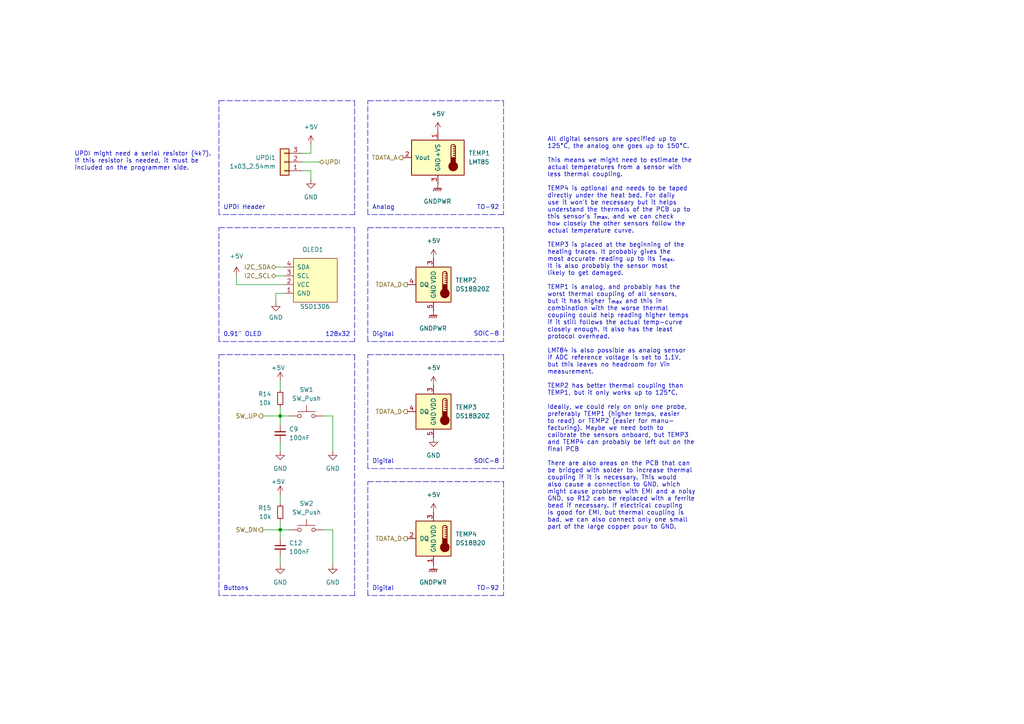
<source format=kicad_sch>
(kicad_sch (version 20211123) (generator eeschema)

  (uuid c3bfe8d7-fc71-41d3-85c1-c2b89f318b18)

  (paper "A4")

  (lib_symbols
    (symbol "Connector_Generic:Conn_01x03" (pin_names (offset 1.016) hide) (in_bom yes) (on_board yes)
      (property "Reference" "J" (id 0) (at 0 5.08 0)
        (effects (font (size 1.27 1.27)))
      )
      (property "Value" "Conn_01x03" (id 1) (at 0 -5.08 0)
        (effects (font (size 1.27 1.27)))
      )
      (property "Footprint" "" (id 2) (at 0 0 0)
        (effects (font (size 1.27 1.27)) hide)
      )
      (property "Datasheet" "~" (id 3) (at 0 0 0)
        (effects (font (size 1.27 1.27)) hide)
      )
      (property "ki_keywords" "connector" (id 4) (at 0 0 0)
        (effects (font (size 1.27 1.27)) hide)
      )
      (property "ki_description" "Generic connector, single row, 01x03, script generated (kicad-library-utils/schlib/autogen/connector/)" (id 5) (at 0 0 0)
        (effects (font (size 1.27 1.27)) hide)
      )
      (property "ki_fp_filters" "Connector*:*_1x??_*" (id 6) (at 0 0 0)
        (effects (font (size 1.27 1.27)) hide)
      )
      (symbol "Conn_01x03_1_1"
        (rectangle (start -1.27 -2.413) (end 0 -2.667)
          (stroke (width 0.1524) (type default) (color 0 0 0 0))
          (fill (type none))
        )
        (rectangle (start -1.27 0.127) (end 0 -0.127)
          (stroke (width 0.1524) (type default) (color 0 0 0 0))
          (fill (type none))
        )
        (rectangle (start -1.27 2.667) (end 0 2.413)
          (stroke (width 0.1524) (type default) (color 0 0 0 0))
          (fill (type none))
        )
        (rectangle (start -1.27 3.81) (end 1.27 -3.81)
          (stroke (width 0.254) (type default) (color 0 0 0 0))
          (fill (type background))
        )
        (pin passive line (at -5.08 2.54 0) (length 3.81)
          (name "Pin_1" (effects (font (size 1.27 1.27))))
          (number "1" (effects (font (size 1.27 1.27))))
        )
        (pin passive line (at -5.08 0 0) (length 3.81)
          (name "Pin_2" (effects (font (size 1.27 1.27))))
          (number "2" (effects (font (size 1.27 1.27))))
        )
        (pin passive line (at -5.08 -2.54 0) (length 3.81)
          (name "Pin_3" (effects (font (size 1.27 1.27))))
          (number "3" (effects (font (size 1.27 1.27))))
        )
      )
    )
    (symbol "Device:C_Small" (pin_numbers hide) (pin_names (offset 0.254) hide) (in_bom yes) (on_board yes)
      (property "Reference" "C" (id 0) (at 0.254 1.778 0)
        (effects (font (size 1.27 1.27)) (justify left))
      )
      (property "Value" "C_Small" (id 1) (at 0.254 -2.032 0)
        (effects (font (size 1.27 1.27)) (justify left))
      )
      (property "Footprint" "" (id 2) (at 0 0 0)
        (effects (font (size 1.27 1.27)) hide)
      )
      (property "Datasheet" "~" (id 3) (at 0 0 0)
        (effects (font (size 1.27 1.27)) hide)
      )
      (property "ki_keywords" "capacitor cap" (id 4) (at 0 0 0)
        (effects (font (size 1.27 1.27)) hide)
      )
      (property "ki_description" "Unpolarized capacitor, small symbol" (id 5) (at 0 0 0)
        (effects (font (size 1.27 1.27)) hide)
      )
      (property "ki_fp_filters" "C_*" (id 6) (at 0 0 0)
        (effects (font (size 1.27 1.27)) hide)
      )
      (symbol "C_Small_0_1"
        (polyline
          (pts
            (xy -1.524 -0.508)
            (xy 1.524 -0.508)
          )
          (stroke (width 0.3302) (type default) (color 0 0 0 0))
          (fill (type none))
        )
        (polyline
          (pts
            (xy -1.524 0.508)
            (xy 1.524 0.508)
          )
          (stroke (width 0.3048) (type default) (color 0 0 0 0))
          (fill (type none))
        )
      )
      (symbol "C_Small_1_1"
        (pin passive line (at 0 2.54 270) (length 2.032)
          (name "~" (effects (font (size 1.27 1.27))))
          (number "1" (effects (font (size 1.27 1.27))))
        )
        (pin passive line (at 0 -2.54 90) (length 2.032)
          (name "~" (effects (font (size 1.27 1.27))))
          (number "2" (effects (font (size 1.27 1.27))))
        )
      )
    )
    (symbol "Device:R_Small" (pin_numbers hide) (pin_names (offset 0.254) hide) (in_bom yes) (on_board yes)
      (property "Reference" "R" (id 0) (at 0.762 0.508 0)
        (effects (font (size 1.27 1.27)) (justify left))
      )
      (property "Value" "R_Small" (id 1) (at 0.762 -1.016 0)
        (effects (font (size 1.27 1.27)) (justify left))
      )
      (property "Footprint" "" (id 2) (at 0 0 0)
        (effects (font (size 1.27 1.27)) hide)
      )
      (property "Datasheet" "~" (id 3) (at 0 0 0)
        (effects (font (size 1.27 1.27)) hide)
      )
      (property "ki_keywords" "R resistor" (id 4) (at 0 0 0)
        (effects (font (size 1.27 1.27)) hide)
      )
      (property "ki_description" "Resistor, small symbol" (id 5) (at 0 0 0)
        (effects (font (size 1.27 1.27)) hide)
      )
      (property "ki_fp_filters" "R_*" (id 6) (at 0 0 0)
        (effects (font (size 1.27 1.27)) hide)
      )
      (symbol "R_Small_0_1"
        (rectangle (start -0.762 1.778) (end 0.762 -1.778)
          (stroke (width 0.2032) (type default) (color 0 0 0 0))
          (fill (type none))
        )
      )
      (symbol "R_Small_1_1"
        (pin passive line (at 0 2.54 270) (length 0.762)
          (name "~" (effects (font (size 1.27 1.27))))
          (number "1" (effects (font (size 1.27 1.27))))
        )
        (pin passive line (at 0 -2.54 90) (length 0.762)
          (name "~" (effects (font (size 1.27 1.27))))
          (number "2" (effects (font (size 1.27 1.27))))
        )
      )
    )
    (symbol "OLED SSD1306:SSD1306" (pin_names (offset 1.016)) (in_bom yes) (on_board yes)
      (property "Reference" "Brd" (id 0) (at 0 -3.81 0)
        (effects (font (size 1.27 1.27)))
      )
      (property "Value" "SSD1306" (id 1) (at 0 -1.27 0)
        (effects (font (size 1.27 1.27)))
      )
      (property "Footprint" "" (id 2) (at 0 6.35 0)
        (effects (font (size 1.27 1.27)) hide)
      )
      (property "Datasheet" "" (id 3) (at 0 6.35 0)
        (effects (font (size 1.27 1.27)) hide)
      )
      (property "ki_keywords" "SSD1306" (id 4) (at 0 0 0)
        (effects (font (size 1.27 1.27)) hide)
      )
      (property "ki_description" "SSD1306 OLED" (id 5) (at 0 0 0)
        (effects (font (size 1.27 1.27)) hide)
      )
      (property "ki_fp_filters" "SSD1306-128x64_OLED:SSD1306" (id 6) (at 0 0 0)
        (effects (font (size 1.27 1.27)) hide)
      )
      (symbol "SSD1306_0_1"
        (rectangle (start -6.35 6.35) (end 6.35 -6.35)
          (stroke (width 0) (type default) (color 0 0 0 0))
          (fill (type background))
        )
      )
      (symbol "SSD1306_1_1"
        (pin input line (at -3.81 8.89 270) (length 2.54)
          (name "GND" (effects (font (size 1.27 1.27))))
          (number "1" (effects (font (size 1.27 1.27))))
        )
        (pin input line (at -1.27 8.89 270) (length 2.54)
          (name "VCC" (effects (font (size 1.27 1.27))))
          (number "2" (effects (font (size 1.27 1.27))))
        )
        (pin input line (at 1.27 8.89 270) (length 2.54)
          (name "SCL" (effects (font (size 1.27 1.27))))
          (number "3" (effects (font (size 1.27 1.27))))
        )
        (pin input line (at 3.81 8.89 270) (length 2.54)
          (name "SDA" (effects (font (size 1.27 1.27))))
          (number "4" (effects (font (size 1.27 1.27))))
        )
      )
    )
    (symbol "Sensor_Temperature:DS18B20" (pin_names (offset 1.016)) (in_bom yes) (on_board yes)
      (property "Reference" "U" (id 0) (at -3.81 6.35 0)
        (effects (font (size 1.27 1.27)))
      )
      (property "Value" "DS18B20" (id 1) (at 6.35 6.35 0)
        (effects (font (size 1.27 1.27)))
      )
      (property "Footprint" "Package_TO_SOT_THT:TO-92_Inline" (id 2) (at -25.4 -6.35 0)
        (effects (font (size 1.27 1.27)) hide)
      )
      (property "Datasheet" "http://datasheets.maximintegrated.com/en/ds/DS18B20.pdf" (id 3) (at -3.81 6.35 0)
        (effects (font (size 1.27 1.27)) hide)
      )
      (property "ki_keywords" "OneWire 1Wire Dallas Maxim" (id 4) (at 0 0 0)
        (effects (font (size 1.27 1.27)) hide)
      )
      (property "ki_description" "Programmable Resolution 1-Wire Digital Thermometer TO-92" (id 5) (at 0 0 0)
        (effects (font (size 1.27 1.27)) hide)
      )
      (property "ki_fp_filters" "TO*92*" (id 6) (at 0 0 0)
        (effects (font (size 1.27 1.27)) hide)
      )
      (symbol "DS18B20_0_1"
        (rectangle (start -5.08 5.08) (end 5.08 -5.08)
          (stroke (width 0.254) (type default) (color 0 0 0 0))
          (fill (type background))
        )
        (circle (center -3.302 -2.54) (radius 1.27)
          (stroke (width 0.254) (type default) (color 0 0 0 0))
          (fill (type outline))
        )
        (rectangle (start -2.667 -1.905) (end -3.937 0)
          (stroke (width 0.254) (type default) (color 0 0 0 0))
          (fill (type outline))
        )
        (arc (start -2.667 3.175) (mid -3.302 3.81) (end -3.937 3.175)
          (stroke (width 0.254) (type default) (color 0 0 0 0))
          (fill (type none))
        )
        (polyline
          (pts
            (xy -3.937 0.635)
            (xy -3.302 0.635)
          )
          (stroke (width 0.254) (type default) (color 0 0 0 0))
          (fill (type none))
        )
        (polyline
          (pts
            (xy -3.937 1.27)
            (xy -3.302 1.27)
          )
          (stroke (width 0.254) (type default) (color 0 0 0 0))
          (fill (type none))
        )
        (polyline
          (pts
            (xy -3.937 1.905)
            (xy -3.302 1.905)
          )
          (stroke (width 0.254) (type default) (color 0 0 0 0))
          (fill (type none))
        )
        (polyline
          (pts
            (xy -3.937 2.54)
            (xy -3.302 2.54)
          )
          (stroke (width 0.254) (type default) (color 0 0 0 0))
          (fill (type none))
        )
        (polyline
          (pts
            (xy -3.937 3.175)
            (xy -3.937 0)
          )
          (stroke (width 0.254) (type default) (color 0 0 0 0))
          (fill (type none))
        )
        (polyline
          (pts
            (xy -3.937 3.175)
            (xy -3.302 3.175)
          )
          (stroke (width 0.254) (type default) (color 0 0 0 0))
          (fill (type none))
        )
        (polyline
          (pts
            (xy -2.667 3.175)
            (xy -2.667 0)
          )
          (stroke (width 0.254) (type default) (color 0 0 0 0))
          (fill (type none))
        )
      )
      (symbol "DS18B20_1_1"
        (pin power_in line (at 0 -7.62 90) (length 2.54)
          (name "GND" (effects (font (size 1.27 1.27))))
          (number "1" (effects (font (size 1.27 1.27))))
        )
        (pin bidirectional line (at 7.62 0 180) (length 2.54)
          (name "DQ" (effects (font (size 1.27 1.27))))
          (number "2" (effects (font (size 1.27 1.27))))
        )
        (pin power_in line (at 0 7.62 270) (length 2.54)
          (name "VDD" (effects (font (size 1.27 1.27))))
          (number "3" (effects (font (size 1.27 1.27))))
        )
      )
    )
    (symbol "Sensor_Temperature:DS18B20Z" (pin_names (offset 1.016)) (in_bom yes) (on_board yes)
      (property "Reference" "U" (id 0) (at -3.81 6.35 0)
        (effects (font (size 1.27 1.27)))
      )
      (property "Value" "DS18B20Z" (id 1) (at 5.08 6.35 0)
        (effects (font (size 1.27 1.27)))
      )
      (property "Footprint" "Package_SO:SOIC-8_3.9x4.9mm_P1.27mm" (id 2) (at -25.4 -6.35 0)
        (effects (font (size 1.27 1.27)) hide)
      )
      (property "Datasheet" "http://datasheets.maximintegrated.com/en/ds/DS18B20.pdf" (id 3) (at -3.81 6.35 0)
        (effects (font (size 1.27 1.27)) hide)
      )
      (property "ki_keywords" "OneWire 1Wire Maxim Dallas" (id 4) (at 0 0 0)
        (effects (font (size 1.27 1.27)) hide)
      )
      (property "ki_description" "Programmable Resolution 1-Wire Digital Thermometer SOIC-8" (id 5) (at 0 0 0)
        (effects (font (size 1.27 1.27)) hide)
      )
      (property "ki_fp_filters" "SOIC*3.9x4.9mm*P1.27mm*" (id 6) (at 0 0 0)
        (effects (font (size 1.27 1.27)) hide)
      )
      (symbol "DS18B20Z_0_1"
        (rectangle (start -5.08 5.08) (end 5.08 -5.08)
          (stroke (width 0.254) (type default) (color 0 0 0 0))
          (fill (type background))
        )
        (circle (center -3.302 -2.54) (radius 1.27)
          (stroke (width 0.254) (type default) (color 0 0 0 0))
          (fill (type outline))
        )
        (rectangle (start -2.667 -1.905) (end -3.937 0)
          (stroke (width 0.254) (type default) (color 0 0 0 0))
          (fill (type outline))
        )
        (arc (start -2.667 3.175) (mid -3.302 3.81) (end -3.937 3.175)
          (stroke (width 0.254) (type default) (color 0 0 0 0))
          (fill (type none))
        )
        (polyline
          (pts
            (xy -3.937 0.635)
            (xy -3.302 0.635)
          )
          (stroke (width 0.254) (type default) (color 0 0 0 0))
          (fill (type none))
        )
        (polyline
          (pts
            (xy -3.937 1.27)
            (xy -3.302 1.27)
          )
          (stroke (width 0.254) (type default) (color 0 0 0 0))
          (fill (type none))
        )
        (polyline
          (pts
            (xy -3.937 1.905)
            (xy -3.302 1.905)
          )
          (stroke (width 0.254) (type default) (color 0 0 0 0))
          (fill (type none))
        )
        (polyline
          (pts
            (xy -3.937 2.54)
            (xy -3.302 2.54)
          )
          (stroke (width 0.254) (type default) (color 0 0 0 0))
          (fill (type none))
        )
        (polyline
          (pts
            (xy -3.937 3.175)
            (xy -3.937 0)
          )
          (stroke (width 0.254) (type default) (color 0 0 0 0))
          (fill (type none))
        )
        (polyline
          (pts
            (xy -3.937 3.175)
            (xy -3.302 3.175)
          )
          (stroke (width 0.254) (type default) (color 0 0 0 0))
          (fill (type none))
        )
        (polyline
          (pts
            (xy -2.667 3.175)
            (xy -2.667 0)
          )
          (stroke (width 0.254) (type default) (color 0 0 0 0))
          (fill (type none))
        )
      )
      (symbol "DS18B20Z_1_1"
        (pin no_connect line (at -7.62 2.54 0) (length 2.54) hide
          (name "NC" (effects (font (size 1.27 1.27))))
          (number "1" (effects (font (size 1.27 1.27))))
        )
        (pin no_connect line (at -7.62 0 0) (length 2.54) hide
          (name "NC" (effects (font (size 1.27 1.27))))
          (number "2" (effects (font (size 1.27 1.27))))
        )
        (pin power_in line (at 0 7.62 270) (length 2.54)
          (name "VDD" (effects (font (size 1.27 1.27))))
          (number "3" (effects (font (size 1.27 1.27))))
        )
        (pin bidirectional line (at 7.62 0 180) (length 2.54)
          (name "DQ" (effects (font (size 1.27 1.27))))
          (number "4" (effects (font (size 1.27 1.27))))
        )
        (pin power_in line (at 0 -7.62 90) (length 2.54)
          (name "GND" (effects (font (size 1.27 1.27))))
          (number "5" (effects (font (size 1.27 1.27))))
        )
        (pin no_connect line (at -7.62 -2.54 0) (length 2.54) hide
          (name "NC" (effects (font (size 1.27 1.27))))
          (number "6" (effects (font (size 1.27 1.27))))
        )
        (pin no_connect line (at 7.62 2.54 180) (length 2.54) hide
          (name "NC" (effects (font (size 1.27 1.27))))
          (number "7" (effects (font (size 1.27 1.27))))
        )
        (pin no_connect line (at 7.62 -2.54 180) (length 2.54) hide
          (name "NC" (effects (font (size 1.27 1.27))))
          (number "8" (effects (font (size 1.27 1.27))))
        )
      )
    )
    (symbol "Sensor_Temperature:LM35-LP" (pin_names (offset 1.016)) (in_bom yes) (on_board yes)
      (property "Reference" "U" (id 0) (at -6.35 6.35 0)
        (effects (font (size 1.27 1.27)))
      )
      (property "Value" "LM35-LP" (id 1) (at 1.27 6.35 0)
        (effects (font (size 1.27 1.27)) (justify left))
      )
      (property "Footprint" "" (id 2) (at 1.27 -6.35 0)
        (effects (font (size 1.27 1.27)) (justify left) hide)
      )
      (property "Datasheet" "http://www.ti.com/lit/ds/symlink/lm35.pdf" (id 3) (at 0 0 0)
        (effects (font (size 1.27 1.27)) hide)
      )
      (property "ki_keywords" "temperature sensor thermistor" (id 4) (at 0 0 0)
        (effects (font (size 1.27 1.27)) hide)
      )
      (property "ki_description" "Precision centigrade temperature sensor, TO-92" (id 5) (at 0 0 0)
        (effects (font (size 1.27 1.27)) hide)
      )
      (property "ki_fp_filters" "TO?92*" (id 6) (at 0 0 0)
        (effects (font (size 1.27 1.27)) hide)
      )
      (symbol "LM35-LP_0_1"
        (rectangle (start -7.62 5.08) (end 7.62 -5.08)
          (stroke (width 0.254) (type default) (color 0 0 0 0))
          (fill (type background))
        )
        (circle (center -4.445 -2.54) (radius 1.27)
          (stroke (width 0.254) (type default) (color 0 0 0 0))
          (fill (type outline))
        )
        (rectangle (start -3.81 -1.905) (end -5.08 0)
          (stroke (width 0.254) (type default) (color 0 0 0 0))
          (fill (type outline))
        )
        (arc (start -3.81 3.175) (mid -4.445 3.81) (end -5.08 3.175)
          (stroke (width 0.254) (type default) (color 0 0 0 0))
          (fill (type none))
        )
        (polyline
          (pts
            (xy -5.08 0.635)
            (xy -4.445 0.635)
          )
          (stroke (width 0.254) (type default) (color 0 0 0 0))
          (fill (type none))
        )
        (polyline
          (pts
            (xy -5.08 1.27)
            (xy -4.445 1.27)
          )
          (stroke (width 0.254) (type default) (color 0 0 0 0))
          (fill (type none))
        )
        (polyline
          (pts
            (xy -5.08 1.905)
            (xy -4.445 1.905)
          )
          (stroke (width 0.254) (type default) (color 0 0 0 0))
          (fill (type none))
        )
        (polyline
          (pts
            (xy -5.08 2.54)
            (xy -4.445 2.54)
          )
          (stroke (width 0.254) (type default) (color 0 0 0 0))
          (fill (type none))
        )
        (polyline
          (pts
            (xy -5.08 3.175)
            (xy -5.08 0)
          )
          (stroke (width 0.254) (type default) (color 0 0 0 0))
          (fill (type none))
        )
        (polyline
          (pts
            (xy -5.08 3.175)
            (xy -4.445 3.175)
          )
          (stroke (width 0.254) (type default) (color 0 0 0 0))
          (fill (type none))
        )
        (polyline
          (pts
            (xy -3.81 3.175)
            (xy -3.81 0)
          )
          (stroke (width 0.254) (type default) (color 0 0 0 0))
          (fill (type none))
        )
      )
      (symbol "LM35-LP_1_1"
        (pin power_in line (at 0 7.62 270) (length 2.54)
          (name "+VS" (effects (font (size 1.27 1.27))))
          (number "1" (effects (font (size 1.27 1.27))))
        )
        (pin output line (at 10.16 0 180) (length 2.54)
          (name "Vout" (effects (font (size 1.27 1.27))))
          (number "2" (effects (font (size 1.27 1.27))))
        )
        (pin power_in line (at 0 -7.62 90) (length 2.54)
          (name "GND" (effects (font (size 1.27 1.27))))
          (number "3" (effects (font (size 1.27 1.27))))
        )
      )
    )
    (symbol "Switch:SW_Push" (pin_numbers hide) (pin_names (offset 1.016) hide) (in_bom yes) (on_board yes)
      (property "Reference" "SW" (id 0) (at 1.27 2.54 0)
        (effects (font (size 1.27 1.27)) (justify left))
      )
      (property "Value" "SW_Push" (id 1) (at 0 -1.524 0)
        (effects (font (size 1.27 1.27)))
      )
      (property "Footprint" "" (id 2) (at 0 5.08 0)
        (effects (font (size 1.27 1.27)) hide)
      )
      (property "Datasheet" "~" (id 3) (at 0 5.08 0)
        (effects (font (size 1.27 1.27)) hide)
      )
      (property "ki_keywords" "switch normally-open pushbutton push-button" (id 4) (at 0 0 0)
        (effects (font (size 1.27 1.27)) hide)
      )
      (property "ki_description" "Push button switch, generic, two pins" (id 5) (at 0 0 0)
        (effects (font (size 1.27 1.27)) hide)
      )
      (symbol "SW_Push_0_1"
        (circle (center -2.032 0) (radius 0.508)
          (stroke (width 0) (type default) (color 0 0 0 0))
          (fill (type none))
        )
        (polyline
          (pts
            (xy 0 1.27)
            (xy 0 3.048)
          )
          (stroke (width 0) (type default) (color 0 0 0 0))
          (fill (type none))
        )
        (polyline
          (pts
            (xy 2.54 1.27)
            (xy -2.54 1.27)
          )
          (stroke (width 0) (type default) (color 0 0 0 0))
          (fill (type none))
        )
        (circle (center 2.032 0) (radius 0.508)
          (stroke (width 0) (type default) (color 0 0 0 0))
          (fill (type none))
        )
        (pin passive line (at -5.08 0 0) (length 2.54)
          (name "1" (effects (font (size 1.27 1.27))))
          (number "1" (effects (font (size 1.27 1.27))))
        )
        (pin passive line (at 5.08 0 180) (length 2.54)
          (name "2" (effects (font (size 1.27 1.27))))
          (number "2" (effects (font (size 1.27 1.27))))
        )
      )
    )
    (symbol "power:+5V" (power) (pin_names (offset 0)) (in_bom yes) (on_board yes)
      (property "Reference" "#PWR" (id 0) (at 0 -3.81 0)
        (effects (font (size 1.27 1.27)) hide)
      )
      (property "Value" "+5V" (id 1) (at 0 3.556 0)
        (effects (font (size 1.27 1.27)))
      )
      (property "Footprint" "" (id 2) (at 0 0 0)
        (effects (font (size 1.27 1.27)) hide)
      )
      (property "Datasheet" "" (id 3) (at 0 0 0)
        (effects (font (size 1.27 1.27)) hide)
      )
      (property "ki_keywords" "power-flag" (id 4) (at 0 0 0)
        (effects (font (size 1.27 1.27)) hide)
      )
      (property "ki_description" "Power symbol creates a global label with name \"+5V\"" (id 5) (at 0 0 0)
        (effects (font (size 1.27 1.27)) hide)
      )
      (symbol "+5V_0_1"
        (polyline
          (pts
            (xy -0.762 1.27)
            (xy 0 2.54)
          )
          (stroke (width 0) (type default) (color 0 0 0 0))
          (fill (type none))
        )
        (polyline
          (pts
            (xy 0 0)
            (xy 0 2.54)
          )
          (stroke (width 0) (type default) (color 0 0 0 0))
          (fill (type none))
        )
        (polyline
          (pts
            (xy 0 2.54)
            (xy 0.762 1.27)
          )
          (stroke (width 0) (type default) (color 0 0 0 0))
          (fill (type none))
        )
      )
      (symbol "+5V_1_1"
        (pin power_in line (at 0 0 90) (length 0) hide
          (name "+5V" (effects (font (size 1.27 1.27))))
          (number "1" (effects (font (size 1.27 1.27))))
        )
      )
    )
    (symbol "power:GND" (power) (pin_names (offset 0)) (in_bom yes) (on_board yes)
      (property "Reference" "#PWR" (id 0) (at 0 -6.35 0)
        (effects (font (size 1.27 1.27)) hide)
      )
      (property "Value" "GND" (id 1) (at 0 -3.81 0)
        (effects (font (size 1.27 1.27)))
      )
      (property "Footprint" "" (id 2) (at 0 0 0)
        (effects (font (size 1.27 1.27)) hide)
      )
      (property "Datasheet" "" (id 3) (at 0 0 0)
        (effects (font (size 1.27 1.27)) hide)
      )
      (property "ki_keywords" "power-flag" (id 4) (at 0 0 0)
        (effects (font (size 1.27 1.27)) hide)
      )
      (property "ki_description" "Power symbol creates a global label with name \"GND\" , ground" (id 5) (at 0 0 0)
        (effects (font (size 1.27 1.27)) hide)
      )
      (symbol "GND_0_1"
        (polyline
          (pts
            (xy 0 0)
            (xy 0 -1.27)
            (xy 1.27 -1.27)
            (xy 0 -2.54)
            (xy -1.27 -1.27)
            (xy 0 -1.27)
          )
          (stroke (width 0) (type default) (color 0 0 0 0))
          (fill (type none))
        )
      )
      (symbol "GND_1_1"
        (pin power_in line (at 0 0 270) (length 0) hide
          (name "GND" (effects (font (size 1.27 1.27))))
          (number "1" (effects (font (size 1.27 1.27))))
        )
      )
    )
    (symbol "power:GNDPWR" (power) (pin_names (offset 0)) (in_bom yes) (on_board yes)
      (property "Reference" "#PWR" (id 0) (at 0 -5.08 0)
        (effects (font (size 1.27 1.27)) hide)
      )
      (property "Value" "GNDPWR" (id 1) (at 0 -3.302 0)
        (effects (font (size 1.27 1.27)))
      )
      (property "Footprint" "" (id 2) (at 0 -1.27 0)
        (effects (font (size 1.27 1.27)) hide)
      )
      (property "Datasheet" "" (id 3) (at 0 -1.27 0)
        (effects (font (size 1.27 1.27)) hide)
      )
      (property "ki_keywords" "power-flag" (id 4) (at 0 0 0)
        (effects (font (size 1.27 1.27)) hide)
      )
      (property "ki_description" "Power symbol creates a global label with name \"GNDPWR\" , power ground" (id 5) (at 0 0 0)
        (effects (font (size 1.27 1.27)) hide)
      )
      (symbol "GNDPWR_0_1"
        (polyline
          (pts
            (xy 0 -1.27)
            (xy 0 0)
          )
          (stroke (width 0) (type default) (color 0 0 0 0))
          (fill (type none))
        )
        (polyline
          (pts
            (xy -1.016 -1.27)
            (xy -1.27 -2.032)
            (xy -1.27 -2.032)
          )
          (stroke (width 0.2032) (type default) (color 0 0 0 0))
          (fill (type none))
        )
        (polyline
          (pts
            (xy -0.508 -1.27)
            (xy -0.762 -2.032)
            (xy -0.762 -2.032)
          )
          (stroke (width 0.2032) (type default) (color 0 0 0 0))
          (fill (type none))
        )
        (polyline
          (pts
            (xy 0 -1.27)
            (xy -0.254 -2.032)
            (xy -0.254 -2.032)
          )
          (stroke (width 0.2032) (type default) (color 0 0 0 0))
          (fill (type none))
        )
        (polyline
          (pts
            (xy 0.508 -1.27)
            (xy 0.254 -2.032)
            (xy 0.254 -2.032)
          )
          (stroke (width 0.2032) (type default) (color 0 0 0 0))
          (fill (type none))
        )
        (polyline
          (pts
            (xy 1.016 -1.27)
            (xy -1.016 -1.27)
            (xy -1.016 -1.27)
          )
          (stroke (width 0.2032) (type default) (color 0 0 0 0))
          (fill (type none))
        )
        (polyline
          (pts
            (xy 1.016 -1.27)
            (xy 0.762 -2.032)
            (xy 0.762 -2.032)
            (xy 0.762 -2.032)
          )
          (stroke (width 0.2032) (type default) (color 0 0 0 0))
          (fill (type none))
        )
      )
      (symbol "GNDPWR_1_1"
        (pin power_in line (at 0 0 270) (length 0) hide
          (name "GNDPWR" (effects (font (size 1.27 1.27))))
          (number "1" (effects (font (size 1.27 1.27))))
        )
      )
    )
  )

  (junction (at 81.28 120.65) (diameter 0) (color 0 0 0 0)
    (uuid 1ff6d0c9-50a6-4ade-8535-0a9f51f08f14)
  )
  (junction (at 81.28 153.67) (diameter 0) (color 0 0 0 0)
    (uuid d9d63db9-b4b8-4c07-a0e0-3bec733200db)
  )

  (wire (pts (xy 83.82 153.67) (xy 81.28 153.67))
    (stroke (width 0) (type default) (color 0 0 0 0))
    (uuid 01b78673-6938-444e-a505-1b030710f516)
  )
  (wire (pts (xy 81.28 163.83) (xy 81.28 161.29))
    (stroke (width 0) (type default) (color 0 0 0 0))
    (uuid 092f9b57-ca50-4db9-8413-3f5d0212fbcc)
  )
  (wire (pts (xy 87.63 46.99) (xy 92.71 46.99))
    (stroke (width 0) (type default) (color 0 0 0 0))
    (uuid 0d453f65-9483-43d9-85c4-5c267ac396a2)
  )
  (polyline (pts (xy 106.68 62.23) (xy 106.68 29.21))
    (stroke (width 0) (type default) (color 0 0 0 0))
    (uuid 0ef95aff-4dbe-4d9e-9457-719b15ae5c4f)
  )
  (polyline (pts (xy 146.05 29.21) (xy 146.05 62.23))
    (stroke (width 0) (type default) (color 0 0 0 0))
    (uuid 0fced0de-044f-417e-bf71-ef26f190b4a3)
  )
  (polyline (pts (xy 106.68 139.7) (xy 146.05 139.7))
    (stroke (width 0) (type default) (color 0 0 0 0))
    (uuid 109952a6-63dc-46b6-b230-dda9597aad3f)
  )

  (wire (pts (xy 76.2 120.65) (xy 81.28 120.65))
    (stroke (width 0) (type default) (color 0 0 0 0))
    (uuid 10a631c6-d4f5-400d-8a1c-ead1cf750063)
  )
  (polyline (pts (xy 106.68 135.89) (xy 106.68 102.87))
    (stroke (width 0) (type default) (color 0 0 0 0))
    (uuid 194562aa-6d24-416f-b275-234836ee7c21)
  )

  (wire (pts (xy 68.58 80.01) (xy 68.58 82.55))
    (stroke (width 0) (type default) (color 0 0 0 0))
    (uuid 1ee8db4e-ce72-487b-8c08-22286e2a19b7)
  )
  (polyline (pts (xy 146.05 102.87) (xy 146.05 135.89))
    (stroke (width 0) (type default) (color 0 0 0 0))
    (uuid 20f54799-7873-477f-a298-8371d0822457)
  )

  (wire (pts (xy 87.63 49.53) (xy 90.17 49.53))
    (stroke (width 0) (type default) (color 0 0 0 0))
    (uuid 2279a916-2de6-4a8c-b076-42458045927b)
  )
  (wire (pts (xy 87.63 44.45) (xy 90.17 44.45))
    (stroke (width 0) (type default) (color 0 0 0 0))
    (uuid 22cf6261-d63c-49f3-97fa-b845fd1ec58e)
  )
  (wire (pts (xy 90.17 44.45) (xy 90.17 41.91))
    (stroke (width 0) (type default) (color 0 0 0 0))
    (uuid 27742836-8208-46db-8b14-9a2d8c531e95)
  )
  (wire (pts (xy 90.17 49.53) (xy 90.17 52.07))
    (stroke (width 0) (type default) (color 0 0 0 0))
    (uuid 2c30bfef-c80f-4217-b13f-7b50c126e401)
  )
  (wire (pts (xy 96.52 120.65) (xy 93.98 120.65))
    (stroke (width 0) (type default) (color 0 0 0 0))
    (uuid 2ca7af99-7777-4da8-854f-a966d2ea530d)
  )
  (polyline (pts (xy 63.5 29.21) (xy 102.87 29.21))
    (stroke (width 0) (type default) (color 0 0 0 0))
    (uuid 2d73ea30-20e3-4704-8848-272dd1b77f8d)
  )

  (wire (pts (xy 80.01 80.01) (xy 82.55 80.01))
    (stroke (width 0) (type default) (color 0 0 0 0))
    (uuid 32c41e2b-8e9c-4826-adcb-2b7975be84c0)
  )
  (wire (pts (xy 80.01 85.09) (xy 82.55 85.09))
    (stroke (width 0) (type default) (color 0 0 0 0))
    (uuid 3492cde4-6771-4c91-93da-81845973847e)
  )
  (polyline (pts (xy 146.05 99.06) (xy 106.68 99.06))
    (stroke (width 0) (type default) (color 0 0 0 0))
    (uuid 3a850996-b8db-4132-aa3d-544e841c4178)
  )

  (wire (pts (xy 83.82 120.65) (xy 81.28 120.65))
    (stroke (width 0) (type default) (color 0 0 0 0))
    (uuid 43a29f3d-5db1-4d6f-b38a-b2f381224dbf)
  )
  (polyline (pts (xy 102.87 102.87) (xy 102.87 172.72))
    (stroke (width 0) (type default) (color 0 0 0 0))
    (uuid 45ca03fc-9391-45f8-9c45-3594d250ab85)
  )

  (wire (pts (xy 81.28 153.67) (xy 81.28 156.21))
    (stroke (width 0) (type default) (color 0 0 0 0))
    (uuid 49d7ece2-c4e4-487b-8186-f2ed332e55b0)
  )
  (polyline (pts (xy 146.05 62.23) (xy 106.68 62.23))
    (stroke (width 0) (type default) (color 0 0 0 0))
    (uuid 5050661d-0235-4074-ab3f-3af7717f0b1c)
  )
  (polyline (pts (xy 63.5 66.04) (xy 102.87 66.04))
    (stroke (width 0) (type default) (color 0 0 0 0))
    (uuid 5484ccf1-e924-4506-9fe8-cb433209eb39)
  )
  (polyline (pts (xy 102.87 29.21) (xy 102.87 62.23))
    (stroke (width 0) (type default) (color 0 0 0 0))
    (uuid 55b4e8d4-7e62-4035-bc25-f7a1c2a57009)
  )
  (polyline (pts (xy 102.87 172.72) (xy 63.5 172.72))
    (stroke (width 0) (type default) (color 0 0 0 0))
    (uuid 58165ab6-e7f9-4675-b724-93645bd312af)
  )
  (polyline (pts (xy 106.68 172.72) (xy 106.68 139.7))
    (stroke (width 0) (type default) (color 0 0 0 0))
    (uuid 59e91d01-77ef-46cc-a581-1066a2806f4b)
  )

  (wire (pts (xy 81.28 118.11) (xy 81.28 120.65))
    (stroke (width 0) (type default) (color 0 0 0 0))
    (uuid 6252964f-5ba2-41aa-8378-a3048fd5fa20)
  )
  (polyline (pts (xy 102.87 66.04) (xy 102.87 99.06))
    (stroke (width 0) (type default) (color 0 0 0 0))
    (uuid 6278e25e-ea04-4a37-9a27-b1e01fd00c4b)
  )
  (polyline (pts (xy 63.5 99.06) (xy 63.5 66.04))
    (stroke (width 0) (type default) (color 0 0 0 0))
    (uuid 63bb2306-3e69-4796-8de8-b35532904637)
  )

  (wire (pts (xy 81.28 110.49) (xy 81.28 113.03))
    (stroke (width 0) (type default) (color 0 0 0 0))
    (uuid 6e616173-a8f2-402b-8b44-656ad7acb31c)
  )
  (polyline (pts (xy 106.68 99.06) (xy 106.68 66.04))
    (stroke (width 0) (type default) (color 0 0 0 0))
    (uuid 76a3c754-51f2-4143-8696-12733ce8186f)
  )

  (wire (pts (xy 81.28 143.51) (xy 81.28 146.05))
    (stroke (width 0) (type default) (color 0 0 0 0))
    (uuid 7e8a4e4b-af36-495f-aeb5-f738d3666759)
  )
  (polyline (pts (xy 146.05 66.04) (xy 146.05 99.06))
    (stroke (width 0) (type default) (color 0 0 0 0))
    (uuid 801c083e-786f-4c9d-aaa8-147490f98fd9)
  )
  (polyline (pts (xy 146.05 135.89) (xy 106.68 135.89))
    (stroke (width 0) (type default) (color 0 0 0 0))
    (uuid 87ea121e-185a-4d2f-a583-e2bde4a8228b)
  )

  (wire (pts (xy 80.01 77.47) (xy 82.55 77.47))
    (stroke (width 0) (type default) (color 0 0 0 0))
    (uuid 891464e2-5e34-4ac1-b67f-0eac49cc11f4)
  )
  (polyline (pts (xy 63.5 102.87) (xy 102.87 102.87))
    (stroke (width 0) (type default) (color 0 0 0 0))
    (uuid 8b057768-f59a-4204-ad4e-87b6ff4df987)
  )

  (wire (pts (xy 68.58 82.55) (xy 82.55 82.55))
    (stroke (width 0) (type default) (color 0 0 0 0))
    (uuid 930a8a15-1a15-4726-8622-6aa117e60f27)
  )
  (polyline (pts (xy 146.05 172.72) (xy 106.68 172.72))
    (stroke (width 0) (type default) (color 0 0 0 0))
    (uuid 94b8c16c-1fff-46c6-984e-04fada4f231c)
  )
  (polyline (pts (xy 102.87 62.23) (xy 63.5 62.23))
    (stroke (width 0) (type default) (color 0 0 0 0))
    (uuid 97aac1f9-db8c-49a2-8962-4813ec28e9db)
  )
  (polyline (pts (xy 106.68 29.21) (xy 146.05 29.21))
    (stroke (width 0) (type default) (color 0 0 0 0))
    (uuid ace8effc-a320-4134-8e12-4dd6435a51d4)
  )
  (polyline (pts (xy 102.87 99.06) (xy 63.5 99.06))
    (stroke (width 0) (type default) (color 0 0 0 0))
    (uuid b1f7892f-d24c-406c-b087-586d001909ee)
  )

  (wire (pts (xy 81.28 130.81) (xy 81.28 128.27))
    (stroke (width 0) (type default) (color 0 0 0 0))
    (uuid b7808547-9081-42e2-b3f0-74a2e03bc634)
  )
  (wire (pts (xy 96.52 153.67) (xy 93.98 153.67))
    (stroke (width 0) (type default) (color 0 0 0 0))
    (uuid c05f141c-7647-4276-bc21-89a48c86057f)
  )
  (polyline (pts (xy 106.68 66.04) (xy 146.05 66.04))
    (stroke (width 0) (type default) (color 0 0 0 0))
    (uuid c31e1fd5-ce44-4057-a07c-40b06d9ac81a)
  )
  (polyline (pts (xy 106.68 102.87) (xy 146.05 102.87))
    (stroke (width 0) (type default) (color 0 0 0 0))
    (uuid cd3ea9be-4852-4348-82dd-5724a8918de3)
  )

  (wire (pts (xy 96.52 153.67) (xy 96.52 163.83))
    (stroke (width 0) (type default) (color 0 0 0 0))
    (uuid d5bc54d6-1c49-4a4d-99af-6f610afb498a)
  )
  (polyline (pts (xy 146.05 139.7) (xy 146.05 172.72))
    (stroke (width 0) (type default) (color 0 0 0 0))
    (uuid d74f8027-eec3-4cf8-a520-b058d7821a9b)
  )
  (polyline (pts (xy 63.5 62.23) (xy 63.5 29.21))
    (stroke (width 0) (type default) (color 0 0 0 0))
    (uuid d7b26985-332f-4193-b243-471d15807733)
  )

  (wire (pts (xy 81.28 151.13) (xy 81.28 153.67))
    (stroke (width 0) (type default) (color 0 0 0 0))
    (uuid d89eaed4-30c1-4155-8dd2-0cabcd05a417)
  )
  (wire (pts (xy 76.2 153.67) (xy 81.28 153.67))
    (stroke (width 0) (type default) (color 0 0 0 0))
    (uuid dcc5cc96-e432-48ac-a606-6c7f2e574a36)
  )
  (polyline (pts (xy 63.5 172.72) (xy 63.5 102.87))
    (stroke (width 0) (type default) (color 0 0 0 0))
    (uuid e90ff4db-6f90-46ea-8fd6-2645b4e5196e)
  )

  (wire (pts (xy 80.01 87.63) (xy 80.01 85.09))
    (stroke (width 0) (type default) (color 0 0 0 0))
    (uuid e9ee4a7c-f03d-4073-a6f3-1b2d3510e9b0)
  )
  (wire (pts (xy 81.28 120.65) (xy 81.28 123.19))
    (stroke (width 0) (type default) (color 0 0 0 0))
    (uuid ef7b1a63-4eb9-421b-90ac-3a71e3ef1e25)
  )
  (wire (pts (xy 96.52 120.65) (xy 96.52 130.81))
    (stroke (width 0) (type default) (color 0 0 0 0))
    (uuid fbc80f5c-7b2a-48b5-b9b6-1b4e0152933f)
  )

  (text "SOIC-8" (at 144.78 97.6666 180)
    (effects (font (size 1.27 1.27)) (justify right bottom))
    (uuid 2edf2f83-c430-4aac-aed4-a3173b3a1efa)
  )
  (text "Digital" (at 107.95 134.62 0)
    (effects (font (size 1.27 1.27)) (justify left bottom))
    (uuid 381cfa2f-a086-4392-8db8-c9e19d541a82)
  )
  (text "TO-92" (at 144.78 171.45 180)
    (effects (font (size 1.27 1.27)) (justify right bottom))
    (uuid 4d16840d-34b9-43f2-9fd6-d944254a4a26)
  )
  (text "UPDI Header\n" (at 64.77 60.96 0)
    (effects (font (size 1.27 1.27)) (justify left bottom))
    (uuid 5564c499-e574-44f1-bd18-cbdeccaced2b)
  )
  (text "128x32" (at 101.6 97.79 180)
    (effects (font (size 1.27 1.27)) (justify right bottom))
    (uuid 55d3b7ae-41af-4c30-8f12-6d5e328643c4)
  )
  (text "All digital sensors are specified up to \n125°C, the analog one goes up to 150°C.\n\nThis means we might need to estimate the \nactual temperatures from a sensor with\nless thermal coupling.\n\nTEMP4 is optional and needs to be taped \ndirectly under the heat bed. For daily \nuse it won't be necessary but it helps \nunderstand the thermals of the PCB up to\nthis sensor's T_{max}, and we can check \nhow closely the other sensors follow the\nactual temperature curve.\n\nTEMP3 is placed at the beginning of the\nheating traces. It probably gives the \nmost accurate reading up to its T_{max}.\nIt is also probably the sensor most \nlikely to get damaged.\n\nTEMP1 is analog, and probably has the\nworst thermal coupling of all sensors,\nbut it has higher T_{max} and this in \ncombination with the worse thermal \ncoupling could help reading higher temps\nif it still follows the actual temp-curve\nclosely enough. It also has the least\nprotocol overhead.\n\nLMT84 is also possible as analog sensor\nif ADC reference voltage is set to 1.1V,\nbut this leaves no headroom for Vin \nmeasurement.\n\nTEMP2 has better thermal coupling than\nTEMP1, but it only works up to 125°C.\n\nIdeally, we could rely on only one probe,\npreferably TEMP1 (higher temps, easier\nto read) or TEMP2 (easier for manu-\nfacturing). Maybe we need both to\ncalibrate the sensors onboard, but TEMP3 \nand TEMP4 can probably be left out on the\nfinal PCB\n\nThere are also areas on the PCB that can \nbe bridged with solder to increase thermal\ncoupling if it is necessary. This would\nalso cause a connection to GND, which \nmight cause problems with EMI and a noisy\nGND, so R12 can be replaced with a ferrite\nbead if necessary. If electrical coupling\nis good for EMI, but thermal coupling is\nbad, we can also connect only one small\npart of the large copper pour to GND."
    (at 158.75 153.67 0)
    (effects (font (size 1.27 1.27)) (justify left bottom))
    (uuid 5f0c9712-e54d-4dda-9fcc-3d7f2a64b9fd)
  )
  (text "Analog" (at 107.95 60.96 0)
    (effects (font (size 1.27 1.27)) (justify left bottom))
    (uuid 7859924a-1709-4f95-b8d8-c1b3548c061e)
  )
  (text "TO-92" (at 144.78 60.96 180)
    (effects (font (size 1.27 1.27)) (justify right bottom))
    (uuid 7f367cdd-ef34-4607-bb7f-a818c60a328a)
  )
  (text "0.91\" OLED\n" (at 64.77 97.79 0)
    (effects (font (size 1.27 1.27)) (justify left bottom))
    (uuid a25c5876-2bf0-4002-b045-0e888b9efe00)
  )
  (text "SOIC-8" (at 144.78 134.62 180)
    (effects (font (size 1.27 1.27)) (justify right bottom))
    (uuid b5bb664c-0ca2-4020-8c91-65a02cddeb94)
  )
  (text "Digital" (at 107.95 97.79 0)
    (effects (font (size 1.27 1.27)) (justify left bottom))
    (uuid cd7169a3-1a39-4200-8dfb-61f3f83b9cb9)
  )
  (text "Buttons" (at 64.77 171.45 0)
    (effects (font (size 1.27 1.27)) (justify left bottom))
    (uuid e11187ec-2158-4b65-b275-97b549efa67e)
  )
  (text "UPDI might need a serial resistor (4k7).\nIf this resistor is needed, it must be\nincluded on the programmer side."
    (at 21.59 49.53 0)
    (effects (font (size 1.27 1.27)) (justify left bottom))
    (uuid e1b4c670-7233-4142-9b7e-b09fbe188ebf)
  )
  (text "Digital" (at 107.95 171.45 0)
    (effects (font (size 1.27 1.27)) (justify left bottom))
    (uuid fc25a9c3-3b87-4a7e-9213-3544d5383324)
  )

  (hierarchical_label "UPDI" (shape bidirectional) (at 92.71 46.99 0)
    (effects (font (size 1.27 1.27)) (justify left))
    (uuid 23f6974c-6e23-486e-8a39-ff33c729c8cc)
  )
  (hierarchical_label "SW_UP" (shape output) (at 76.2 120.65 180)
    (effects (font (size 1.27 1.27)) (justify right))
    (uuid 4f17b002-fdb1-43ec-8685-cf55cb6c7c1e)
  )
  (hierarchical_label "TDATA_D" (shape output) (at 118.11 156.21 180)
    (effects (font (size 1.27 1.27)) (justify right))
    (uuid 6426cb0c-1384-480b-a22e-15b7fba30ae9)
  )
  (hierarchical_label "TDATA_A" (shape output) (at 116.84 45.72 180)
    (effects (font (size 1.27 1.27)) (justify right))
    (uuid 82a907e3-9485-4c63-a319-261ab62d0763)
  )
  (hierarchical_label "I2C_SCL" (shape bidirectional) (at 80.01 80.01 180)
    (effects (font (size 1.27 1.27)) (justify right))
    (uuid c3249eac-76b8-4b6a-8232-b6b61ec4586c)
  )
  (hierarchical_label "TDATA_D" (shape output) (at 118.11 82.55 180)
    (effects (font (size 1.27 1.27)) (justify right))
    (uuid ec55e983-e159-4e9b-bfad-694bbf6126e9)
  )
  (hierarchical_label "TDATA_D" (shape output) (at 118.11 119.38 180)
    (effects (font (size 1.27 1.27)) (justify right))
    (uuid f542eb5d-ca8f-41de-860b-1169168fd850)
  )
  (hierarchical_label "SW_DN" (shape output) (at 76.2 153.67 180)
    (effects (font (size 1.27 1.27)) (justify right))
    (uuid f6f10f54-4044-46ef-9200-6090972dc69f)
  )
  (hierarchical_label "I2C_SDA" (shape bidirectional) (at 80.01 77.47 180)
    (effects (font (size 1.27 1.27)) (justify right))
    (uuid ffb8ded1-8120-4723-a8c5-0e1558afda15)
  )

  (symbol (lib_id "OLED SSD1306:SSD1306") (at 91.44 81.28 90) (unit 1)
    (in_bom yes) (on_board yes)
    (uuid 077cc2e9-4da2-4e6e-a1b6-5d7a93c074ea)
    (property "Reference" "OLED1" (id 0) (at 87.63 72.39 90)
      (effects (font (size 1.27 1.27)) (justify right))
    )
    (property "Value" "SSD1306" (id 1) (at 86.995 88.9 90)
      (effects (font (size 1.27 1.27)) (justify right))
    )
    (property "Footprint" "User:0.91Inch-OLED-Module" (id 2) (at 85.09 81.28 0)
      (effects (font (size 1.27 1.27)) hide)
    )
    (property "Datasheet" "~" (id 3) (at 85.09 81.28 0)
      (effects (font (size 1.27 1.27)) hide)
    )
    (property "Information" "alt part is higher, buy actual OLED module else where, check pinout: GND, VDD, SCL, SDA" (id 4) (at 91.44 81.28 0)
      (effects (font (size 1.27 1.27)) hide)
    )
    (property "LCSC Part Number" "C509262" (id 5) (at 91.44 81.28 0)
      (effects (font (size 1.27 1.27)) hide)
    )
    (property "LCSC Part Number Alternative" "C2718488" (id 6) (at 91.44 81.28 0)
      (effects (font (size 1.27 1.27)) hide)
    )
    (pin "1" (uuid 8fce30be-58f8-4b7c-9c80-ec867766071d))
    (pin "2" (uuid 173847e3-1987-4107-bfed-9f4c7c22a55b))
    (pin "3" (uuid d277bd34-ea2a-46af-9a75-b356947b0f4c))
    (pin "4" (uuid e89113a1-7903-4f77-9e8c-df2314467e32))
  )

  (symbol (lib_id "power:+5V") (at 127 38.1 0) (mirror y) (unit 1)
    (in_bom yes) (on_board yes) (fields_autoplaced)
    (uuid 084e618f-48e1-47c8-bdf8-05c8fef26d1e)
    (property "Reference" "#PWR0115" (id 0) (at 127 41.91 0)
      (effects (font (size 1.27 1.27)) hide)
    )
    (property "Value" "+5V" (id 1) (at 127 33.02 0))
    (property "Footprint" "" (id 2) (at 127 38.1 0)
      (effects (font (size 1.27 1.27)) hide)
    )
    (property "Datasheet" "" (id 3) (at 127 38.1 0)
      (effects (font (size 1.27 1.27)) hide)
    )
    (pin "1" (uuid bec28b42-c3b8-49ff-a39d-001f73ed4ff8))
  )

  (symbol (lib_id "power:GND") (at 96.52 130.81 0) (unit 1)
    (in_bom yes) (on_board yes) (fields_autoplaced)
    (uuid 0b49e3b5-73b2-4942-b668-616fa694651f)
    (property "Reference" "#PWR0122" (id 0) (at 96.52 137.16 0)
      (effects (font (size 1.27 1.27)) hide)
    )
    (property "Value" "GND" (id 1) (at 96.52 135.89 0))
    (property "Footprint" "" (id 2) (at 96.52 130.81 0)
      (effects (font (size 1.27 1.27)) hide)
    )
    (property "Datasheet" "" (id 3) (at 96.52 130.81 0)
      (effects (font (size 1.27 1.27)) hide)
    )
    (pin "1" (uuid 0a786878-6c36-4c58-b15f-1bb3fc31b7de))
  )

  (symbol (lib_id "Sensor_Temperature:DS18B20Z") (at 125.73 119.38 0) (mirror y) (unit 1)
    (in_bom yes) (on_board yes) (fields_autoplaced)
    (uuid 1713edc9-4293-4069-874c-d05377b97079)
    (property "Reference" "TEMP3" (id 0) (at 132.08 118.1099 0)
      (effects (font (size 1.27 1.27)) (justify right))
    )
    (property "Value" "DS18B20Z" (id 1) (at 132.08 120.6499 0)
      (effects (font (size 1.27 1.27)) (justify right))
    )
    (property "Footprint" "Package_SO:SOIC-8_3.9x4.9mm_P1.27mm" (id 2) (at 151.13 125.73 0)
      (effects (font (size 1.27 1.27)) hide)
    )
    (property "Datasheet" "~" (id 3) (at 129.54 113.03 0)
      (effects (font (size 1.27 1.27)) hide)
    )
    (property "LCSC Part Number" "C695837" (id 4) (at 125.73 119.38 0)
      (effects (font (size 1.27 1.27)) hide)
    )
    (property "LCSC Part Number Alternative" "C97190" (id 5) (at 125.73 119.38 0)
      (effects (font (size 1.27 1.27)) hide)
    )
    (pin "1" (uuid 81b7b599-4589-4351-ae5f-0e9715c1a3eb))
    (pin "2" (uuid c315601f-cb04-42e6-bec8-f4fe739cf3ef))
    (pin "3" (uuid 3c5362ba-36c4-47ab-933c-6da055961d9d))
    (pin "4" (uuid ef7744ea-3516-49b9-ad4e-68163971dcfb))
    (pin "5" (uuid 725f9c5d-bfd7-4d2f-9789-f4c4b6a61cf4))
    (pin "6" (uuid 7a5d0cfe-27fe-4953-9a00-cabc09818009))
    (pin "7" (uuid 6e65c61e-fc15-4207-83be-fa4158e7010e))
    (pin "8" (uuid 5670cdbd-9083-4965-987c-787dced62a3e))
  )

  (symbol (lib_id "Device:C_Small") (at 81.28 125.73 0) (unit 1)
    (in_bom yes) (on_board yes) (fields_autoplaced)
    (uuid 2a8813f1-28d4-485d-a40f-acea8ad65b40)
    (property "Reference" "C9" (id 0) (at 83.82 124.4662 0)
      (effects (font (size 1.27 1.27)) (justify left))
    )
    (property "Value" "100nF" (id 1) (at 83.82 127.0062 0)
      (effects (font (size 1.27 1.27)) (justify left))
    )
    (property "Footprint" "Capacitor_SMD:C_0805_2012Metric" (id 2) (at 81.28 125.73 0)
      (effects (font (size 1.27 1.27)) hide)
    )
    (property "Datasheet" "~" (id 3) (at 81.28 125.73 0)
      (effects (font (size 1.27 1.27)) hide)
    )
    (property "Information" "X7R" (id 4) (at 81.28 125.73 0)
      (effects (font (size 1.27 1.27)) hide)
    )
    (property "LCSC Part Number" "C49678" (id 5) (at 81.28 125.73 0)
      (effects (font (size 1.27 1.27)) hide)
    )
    (property "LCSC Part Number Alternative" "C49678" (id 6) (at 81.28 125.73 0)
      (effects (font (size 1.27 1.27)) hide)
    )
    (pin "1" (uuid 64cbd3ca-9da6-43a4-9841-a76793200f79))
    (pin "2" (uuid fbe1e904-b993-4935-96ff-c690039724fe))
  )

  (symbol (lib_id "Sensor_Temperature:DS18B20Z") (at 125.73 82.55 0) (mirror y) (unit 1)
    (in_bom yes) (on_board yes) (fields_autoplaced)
    (uuid 2b9625d3-ce6e-4383-b760-7d659ec8f68b)
    (property "Reference" "TEMP2" (id 0) (at 132.08 81.2799 0)
      (effects (font (size 1.27 1.27)) (justify right))
    )
    (property "Value" "DS18B20Z" (id 1) (at 132.08 83.8199 0)
      (effects (font (size 1.27 1.27)) (justify right))
    )
    (property "Footprint" "Package_SO:SOIC-8_3.9x4.9mm_P1.27mm" (id 2) (at 151.13 88.9 0)
      (effects (font (size 1.27 1.27)) hide)
    )
    (property "Datasheet" "~" (id 3) (at 129.54 76.2 0)
      (effects (font (size 1.27 1.27)) hide)
    )
    (property "LCSC Part Number" "C695837" (id 4) (at 125.73 82.55 0)
      (effects (font (size 1.27 1.27)) hide)
    )
    (property "LCSC Part Number Alternative" "C97190" (id 5) (at 125.73 82.55 0)
      (effects (font (size 1.27 1.27)) hide)
    )
    (pin "1" (uuid 4940720c-cf8d-49b9-b793-8e389cbda642))
    (pin "2" (uuid 45d0b415-d41e-4d18-ac39-f2c1cfdc1b7c))
    (pin "3" (uuid 5c9b2134-d3e1-485b-a721-fd75d4fe4d84))
    (pin "4" (uuid 6bcc0fb2-43b3-419e-bc7b-f6763145e2d4))
    (pin "5" (uuid 2152dc3b-4a27-45a9-8abf-c1d5abab3625))
    (pin "6" (uuid 02059c6f-8022-4ac3-8f17-3d6fb067b9eb))
    (pin "7" (uuid 28d5b389-a114-45e0-8b12-a869979e01fc))
    (pin "8" (uuid 1708561f-9621-43e0-84d9-809af84b3cc1))
  )

  (symbol (lib_id "power:+5V") (at 125.73 148.59 0) (unit 1)
    (in_bom yes) (on_board yes) (fields_autoplaced)
    (uuid 37f1a7c5-92c8-4704-87b0-0d1898f82ddb)
    (property "Reference" "#PWR0140" (id 0) (at 125.73 152.4 0)
      (effects (font (size 1.27 1.27)) hide)
    )
    (property "Value" "+5V" (id 1) (at 125.73 143.51 0))
    (property "Footprint" "" (id 2) (at 125.73 148.59 0)
      (effects (font (size 1.27 1.27)) hide)
    )
    (property "Datasheet" "" (id 3) (at 125.73 148.59 0)
      (effects (font (size 1.27 1.27)) hide)
    )
    (pin "1" (uuid 4d4e4d57-bb03-4505-95d0-56f51f29d9db))
  )

  (symbol (lib_id "power:GND") (at 125.73 127 0) (unit 1)
    (in_bom yes) (on_board yes) (fields_autoplaced)
    (uuid 38ea4b2e-ed26-41df-bf35-2ff546eb57e6)
    (property "Reference" "#PWR0138" (id 0) (at 125.73 133.35 0)
      (effects (font (size 1.27 1.27)) hide)
    )
    (property "Value" "GND" (id 1) (at 125.73 132.08 0))
    (property "Footprint" "" (id 2) (at 125.73 127 0)
      (effects (font (size 1.27 1.27)) hide)
    )
    (property "Datasheet" "" (id 3) (at 125.73 127 0)
      (effects (font (size 1.27 1.27)) hide)
    )
    (pin "1" (uuid cd5b699c-8719-4da3-96cf-4413aa77e08a))
  )

  (symbol (lib_id "power:+5V") (at 81.28 110.49 0) (unit 1)
    (in_bom yes) (on_board yes)
    (uuid 4f26f956-ad09-4663-84f0-2aa5a45cafa4)
    (property "Reference" "#PWR0119" (id 0) (at 81.28 114.3 0)
      (effects (font (size 1.27 1.27)) hide)
    )
    (property "Value" "+5V" (id 1) (at 80.645 106.68 0))
    (property "Footprint" "" (id 2) (at 81.28 110.49 0)
      (effects (font (size 1.27 1.27)) hide)
    )
    (property "Datasheet" "" (id 3) (at 81.28 110.49 0)
      (effects (font (size 1.27 1.27)) hide)
    )
    (pin "1" (uuid 9ca27ae2-0bd9-4058-9e35-500245729754))
  )

  (symbol (lib_id "power:+5V") (at 125.73 74.93 0) (unit 1)
    (in_bom yes) (on_board yes) (fields_autoplaced)
    (uuid 54d26e42-47ed-4359-8c3e-9bdc90afada3)
    (property "Reference" "#PWR0113" (id 0) (at 125.73 78.74 0)
      (effects (font (size 1.27 1.27)) hide)
    )
    (property "Value" "+5V" (id 1) (at 125.73 69.85 0))
    (property "Footprint" "" (id 2) (at 125.73 74.93 0)
      (effects (font (size 1.27 1.27)) hide)
    )
    (property "Datasheet" "" (id 3) (at 125.73 74.93 0)
      (effects (font (size 1.27 1.27)) hide)
    )
    (pin "1" (uuid 54261af0-88fa-405c-9e1a-61101d99c793))
  )

  (symbol (lib_id "Switch:SW_Push") (at 88.9 153.67 0) (unit 1)
    (in_bom yes) (on_board yes) (fields_autoplaced)
    (uuid 57d8bcaf-c8b3-4e83-b3fd-d3c7f6266285)
    (property "Reference" "SW2" (id 0) (at 88.9 146.05 0))
    (property "Value" "SW_Push" (id 1) (at 88.9 148.59 0))
    (property "Footprint" "Button_Switch_THT:SW_PUSH_6mm" (id 2) (at 88.9 148.59 0)
      (effects (font (size 1.27 1.27)) hide)
    )
    (property "Datasheet" "~" (id 3) (at 88.9 148.59 0)
      (effects (font (size 1.27 1.27)) hide)
    )
    (property "LCSC Part Number" "C136682" (id 4) (at 88.9 153.67 0)
      (effects (font (size 1.27 1.27)) hide)
    )
    (property "LCSC Part Number Alternative" "C202375" (id 5) (at 88.9 153.67 0)
      (effects (font (size 1.27 1.27)) hide)
    )
    (pin "1" (uuid 15fa48ea-90ad-42db-91ca-ae956c938e57))
    (pin "2" (uuid ca8e7c02-e671-48ac-ade0-9e19783e7efa))
  )

  (symbol (lib_id "power:GNDPWR") (at 125.73 163.83 0) (unit 1)
    (in_bom yes) (on_board yes) (fields_autoplaced)
    (uuid 5bf1728c-4c01-4ed7-b34f-4f1077d0501d)
    (property "Reference" "#PWR0139" (id 0) (at 125.73 168.91 0)
      (effects (font (size 1.27 1.27)) hide)
    )
    (property "Value" "GNDPWR" (id 1) (at 125.603 168.91 0))
    (property "Footprint" "" (id 2) (at 125.73 165.1 0)
      (effects (font (size 1.27 1.27)) hide)
    )
    (property "Datasheet" "" (id 3) (at 125.73 165.1 0)
      (effects (font (size 1.27 1.27)) hide)
    )
    (pin "1" (uuid d4272d47-da43-400b-81a0-a5413ae283d1))
  )

  (symbol (lib_id "power:+5V") (at 81.28 143.51 0) (unit 1)
    (in_bom yes) (on_board yes)
    (uuid 636306a1-fdca-4c91-b216-dd1434aab16e)
    (property "Reference" "#PWR0121" (id 0) (at 81.28 147.32 0)
      (effects (font (size 1.27 1.27)) hide)
    )
    (property "Value" "+5V" (id 1) (at 80.645 139.7 0))
    (property "Footprint" "" (id 2) (at 81.28 143.51 0)
      (effects (font (size 1.27 1.27)) hide)
    )
    (property "Datasheet" "" (id 3) (at 81.28 143.51 0)
      (effects (font (size 1.27 1.27)) hide)
    )
    (pin "1" (uuid 271132a6-87e6-4286-8a6b-c0ac872f784a))
  )

  (symbol (lib_id "power:+5V") (at 90.17 41.91 0) (unit 1)
    (in_bom yes) (on_board yes) (fields_autoplaced)
    (uuid 688cfd6d-c9b0-4179-872a-4334706fd225)
    (property "Reference" "#PWR0127" (id 0) (at 90.17 45.72 0)
      (effects (font (size 1.27 1.27)) hide)
    )
    (property "Value" "+5V" (id 1) (at 90.17 36.83 0))
    (property "Footprint" "" (id 2) (at 90.17 41.91 0)
      (effects (font (size 1.27 1.27)) hide)
    )
    (property "Datasheet" "" (id 3) (at 90.17 41.91 0)
      (effects (font (size 1.27 1.27)) hide)
    )
    (pin "1" (uuid 76216da2-6103-4f9d-b26d-f288b19b631e))
  )

  (symbol (lib_id "Sensor_Temperature:DS18B20") (at 125.73 156.21 0) (mirror y) (unit 1)
    (in_bom yes) (on_board yes) (fields_autoplaced)
    (uuid 6c213ada-b154-4d83-802f-d5d34101b775)
    (property "Reference" "TEMP4" (id 0) (at 132.08 154.9399 0)
      (effects (font (size 1.27 1.27)) (justify right))
    )
    (property "Value" "DS18B20" (id 1) (at 132.08 157.4799 0)
      (effects (font (size 1.27 1.27)) (justify right))
    )
    (property "Footprint" "Package_TO_SOT_THT:TO-92_Inline" (id 2) (at 151.13 162.56 0)
      (effects (font (size 1.27 1.27)) hide)
    )
    (property "Datasheet" "~" (id 3) (at 129.54 149.86 0)
      (effects (font (size 1.27 1.27)) hide)
    )
    (property "LCSC Part Number" "C376006" (id 4) (at 125.73 156.21 0)
      (effects (font (size 1.27 1.27)) hide)
    )
    (property "LCSC Part Number Alternative" "C9753" (id 5) (at 125.73 156.21 0)
      (effects (font (size 1.27 1.27)) hide)
    )
    (pin "1" (uuid a64c4afb-6d7c-4d55-8bfd-0a9bbc818a5a))
    (pin "2" (uuid bd9e7517-8d81-4710-9b89-9fe63f4bcf54))
    (pin "3" (uuid 925195d8-8cad-4131-98e6-37d99655d980))
  )

  (symbol (lib_id "Connector_Generic:Conn_01x03") (at 82.55 46.99 180) (unit 1)
    (in_bom yes) (on_board yes) (fields_autoplaced)
    (uuid 7b2c760d-b707-43bd-a195-f23e48ff8f15)
    (property "Reference" "UPDI1" (id 0) (at 80.01 45.7199 0)
      (effects (font (size 1.27 1.27)) (justify left))
    )
    (property "Value" "1x03_2.54mm" (id 1) (at 80.01 48.2599 0)
      (effects (font (size 1.27 1.27)) (justify left))
    )
    (property "Footprint" "Connector_PinHeader_2.54mm:PinHeader_1x03_P2.54mm_Vertical" (id 2) (at 82.55 46.99 0)
      (effects (font (size 1.27 1.27)) hide)
    )
    (property "Datasheet" "~" (id 3) (at 82.55 46.99 0)
      (effects (font (size 1.27 1.27)) hide)
    )
    (property "LCSC Part Number" "C49257" (id 4) (at 82.55 46.99 0)
      (effects (font (size 1.27 1.27)) hide)
    )
    (property "LCSC Part Number Alternative" "C429954" (id 5) (at 82.55 46.99 0)
      (effects (font (size 1.27 1.27)) hide)
    )
    (pin "1" (uuid 72088ffd-cbe7-4dca-99e6-6b32bd52c2bf))
    (pin "2" (uuid 0bec7966-0b62-4da2-b13c-d1347dced282))
    (pin "3" (uuid 30e14502-e4d0-409f-bf18-49fa487f5bbd))
  )

  (symbol (lib_id "power:GNDPWR") (at 127 53.34 0) (unit 1)
    (in_bom yes) (on_board yes) (fields_autoplaced)
    (uuid 8a1de117-872b-4c57-b933-4787e59209c5)
    (property "Reference" "#PWR0114" (id 0) (at 127 58.42 0)
      (effects (font (size 1.27 1.27)) hide)
    )
    (property "Value" "GNDPWR" (id 1) (at 126.873 58.42 0))
    (property "Footprint" "" (id 2) (at 127 54.61 0)
      (effects (font (size 1.27 1.27)) hide)
    )
    (property "Datasheet" "" (id 3) (at 127 54.61 0)
      (effects (font (size 1.27 1.27)) hide)
    )
    (pin "1" (uuid aacfc5bf-197b-479e-b8fb-679cf9b9efe8))
  )

  (symbol (lib_id "power:GND") (at 81.28 130.81 0) (unit 1)
    (in_bom yes) (on_board yes) (fields_autoplaced)
    (uuid 9443f342-f6e9-4470-8ca5-a2adf2d0856d)
    (property "Reference" "#PWR0136" (id 0) (at 81.28 137.16 0)
      (effects (font (size 1.27 1.27)) hide)
    )
    (property "Value" "GND" (id 1) (at 81.28 135.89 0))
    (property "Footprint" "" (id 2) (at 81.28 130.81 0)
      (effects (font (size 1.27 1.27)) hide)
    )
    (property "Datasheet" "" (id 3) (at 81.28 130.81 0)
      (effects (font (size 1.27 1.27)) hide)
    )
    (pin "1" (uuid 35521637-aebe-4d72-8d68-7d7c707e03b4))
  )

  (symbol (lib_id "Device:R_Small") (at 81.28 148.59 180) (unit 1)
    (in_bom yes) (on_board yes) (fields_autoplaced)
    (uuid a116305b-e52d-4a64-8b2b-899d89818c8c)
    (property "Reference" "R15" (id 0) (at 78.74 147.3199 0)
      (effects (font (size 1.27 1.27)) (justify left))
    )
    (property "Value" "10k" (id 1) (at 78.74 149.8599 0)
      (effects (font (size 1.27 1.27)) (justify left))
    )
    (property "Footprint" "Resistor_SMD:R_0805_2012Metric" (id 2) (at 81.28 148.59 0)
      (effects (font (size 1.27 1.27)) hide)
    )
    (property "Datasheet" "~" (id 3) (at 81.28 148.59 0)
      (effects (font (size 1.27 1.27)) hide)
    )
    (property "Information" "1%" (id 4) (at 81.28 148.59 0)
      (effects (font (size 1.27 1.27)) hide)
    )
    (property "LCSC Part Number" "C17414" (id 5) (at 81.28 148.59 0)
      (effects (font (size 1.27 1.27)) hide)
    )
    (property "LCSC Part Number Alternative" "C84376" (id 6) (at 81.28 148.59 0)
      (effects (font (size 1.27 1.27)) hide)
    )
    (pin "1" (uuid aa86f2ad-0817-4e17-ac5f-e20d744473d2))
    (pin "2" (uuid 407efa9e-f2d5-486f-a7de-32ec032b7cb6))
  )

  (symbol (lib_id "power:GND") (at 96.52 163.83 0) (unit 1)
    (in_bom yes) (on_board yes) (fields_autoplaced)
    (uuid af72099e-56d6-40f8-9bfd-97e6429cfd8a)
    (property "Reference" "#PWR0117" (id 0) (at 96.52 170.18 0)
      (effects (font (size 1.27 1.27)) hide)
    )
    (property "Value" "GND" (id 1) (at 96.52 168.91 0))
    (property "Footprint" "" (id 2) (at 96.52 163.83 0)
      (effects (font (size 1.27 1.27)) hide)
    )
    (property "Datasheet" "" (id 3) (at 96.52 163.83 0)
      (effects (font (size 1.27 1.27)) hide)
    )
    (pin "1" (uuid 5c1f251a-8df8-411a-987c-ec556b432364))
  )

  (symbol (lib_id "power:GND") (at 80.01 87.63 0) (unit 1)
    (in_bom yes) (on_board yes) (fields_autoplaced)
    (uuid ba95d51f-98c9-4e81-bef2-3ed3949af40a)
    (property "Reference" "#PWR0125" (id 0) (at 80.01 93.98 0)
      (effects (font (size 1.27 1.27)) hide)
    )
    (property "Value" "GND" (id 1) (at 80.01 92.075 0))
    (property "Footprint" "" (id 2) (at 80.01 87.63 0)
      (effects (font (size 1.27 1.27)) hide)
    )
    (property "Datasheet" "" (id 3) (at 80.01 87.63 0)
      (effects (font (size 1.27 1.27)) hide)
    )
    (pin "1" (uuid 4f1f8430-0de7-4e04-9397-218385fd164a))
  )

  (symbol (lib_id "Device:C_Small") (at 81.28 158.75 0) (unit 1)
    (in_bom yes) (on_board yes) (fields_autoplaced)
    (uuid baf066d1-966a-4bf1-87f7-24dbe9d71a63)
    (property "Reference" "C12" (id 0) (at 83.82 157.4862 0)
      (effects (font (size 1.27 1.27)) (justify left))
    )
    (property "Value" "100nF" (id 1) (at 83.82 160.0262 0)
      (effects (font (size 1.27 1.27)) (justify left))
    )
    (property "Footprint" "Capacitor_SMD:C_0805_2012Metric" (id 2) (at 81.28 158.75 0)
      (effects (font (size 1.27 1.27)) hide)
    )
    (property "Datasheet" "~" (id 3) (at 81.28 158.75 0)
      (effects (font (size 1.27 1.27)) hide)
    )
    (property "Information" "X7R" (id 4) (at 81.28 158.75 0)
      (effects (font (size 1.27 1.27)) hide)
    )
    (property "LCSC Part Number" "C49678" (id 5) (at 81.28 158.75 0)
      (effects (font (size 1.27 1.27)) hide)
    )
    (property "LCSC Part Number Alternative" "C49678" (id 6) (at 81.28 158.75 0)
      (effects (font (size 1.27 1.27)) hide)
    )
    (pin "1" (uuid 2cf7acc3-25c0-45fb-b804-dec29f2f1a62))
    (pin "2" (uuid d6912665-7fd4-4b78-b579-f1a3c93920e0))
  )

  (symbol (lib_id "power:+5V") (at 68.58 80.01 0) (unit 1)
    (in_bom yes) (on_board yes) (fields_autoplaced)
    (uuid be351fb1-4970-4e7b-a9b5-140c8bb8150c)
    (property "Reference" "#PWR0123" (id 0) (at 68.58 83.82 0)
      (effects (font (size 1.27 1.27)) hide)
    )
    (property "Value" "+5V" (id 1) (at 68.58 74.295 0))
    (property "Footprint" "" (id 2) (at 68.58 80.01 0)
      (effects (font (size 1.27 1.27)) hide)
    )
    (property "Datasheet" "" (id 3) (at 68.58 80.01 0)
      (effects (font (size 1.27 1.27)) hide)
    )
    (pin "1" (uuid 5c4a26a7-9ab8-4a0c-a952-c32e4731f8bd))
  )

  (symbol (lib_id "power:GNDPWR") (at 125.73 90.17 0) (unit 1)
    (in_bom yes) (on_board yes) (fields_autoplaced)
    (uuid c5ee7acd-bd59-4531-9c63-f72d6c9d1ec3)
    (property "Reference" "#PWR0104" (id 0) (at 125.73 95.25 0)
      (effects (font (size 1.27 1.27)) hide)
    )
    (property "Value" "GNDPWR" (id 1) (at 125.603 95.25 0))
    (property "Footprint" "" (id 2) (at 125.73 91.44 0)
      (effects (font (size 1.27 1.27)) hide)
    )
    (property "Datasheet" "" (id 3) (at 125.73 91.44 0)
      (effects (font (size 1.27 1.27)) hide)
    )
    (pin "1" (uuid 981492e6-f57d-4c0d-a6d4-6fb51f8fabfa))
  )

  (symbol (lib_id "power:GND") (at 81.28 163.83 0) (unit 1)
    (in_bom yes) (on_board yes) (fields_autoplaced)
    (uuid cb2dbf19-7b81-4490-82d8-f541efc70494)
    (property "Reference" "#PWR0118" (id 0) (at 81.28 170.18 0)
      (effects (font (size 1.27 1.27)) hide)
    )
    (property "Value" "GND" (id 1) (at 81.28 168.91 0))
    (property "Footprint" "" (id 2) (at 81.28 163.83 0)
      (effects (font (size 1.27 1.27)) hide)
    )
    (property "Datasheet" "" (id 3) (at 81.28 163.83 0)
      (effects (font (size 1.27 1.27)) hide)
    )
    (pin "1" (uuid b7d37b7c-2dd2-42f4-8bda-2900a5fd4476))
  )

  (symbol (lib_id "Device:R_Small") (at 81.28 115.57 180) (unit 1)
    (in_bom yes) (on_board yes) (fields_autoplaced)
    (uuid d00ff2ab-1d94-4639-b1fe-a7442a0430e7)
    (property "Reference" "R14" (id 0) (at 78.74 114.2999 0)
      (effects (font (size 1.27 1.27)) (justify left))
    )
    (property "Value" "10k" (id 1) (at 78.74 116.8399 0)
      (effects (font (size 1.27 1.27)) (justify left))
    )
    (property "Footprint" "Resistor_SMD:R_0805_2012Metric" (id 2) (at 81.28 115.57 0)
      (effects (font (size 1.27 1.27)) hide)
    )
    (property "Datasheet" "~" (id 3) (at 81.28 115.57 0)
      (effects (font (size 1.27 1.27)) hide)
    )
    (property "Information" "1%" (id 4) (at 81.28 115.57 0)
      (effects (font (size 1.27 1.27)) hide)
    )
    (property "LCSC Part Number" "C17414" (id 5) (at 81.28 115.57 0)
      (effects (font (size 1.27 1.27)) hide)
    )
    (property "LCSC Part Number Alternative" "C84376" (id 6) (at 81.28 115.57 0)
      (effects (font (size 1.27 1.27)) hide)
    )
    (pin "1" (uuid b8d8d0c0-07fe-4ebe-bb05-db641a852fc7))
    (pin "2" (uuid 23bf496e-15a6-4380-b806-7a7b455bfa0b))
  )

  (symbol (lib_id "Switch:SW_Push") (at 88.9 120.65 0) (unit 1)
    (in_bom yes) (on_board yes) (fields_autoplaced)
    (uuid d8a6a8df-0dd5-4881-a24b-1da4f319c841)
    (property "Reference" "SW1" (id 0) (at 88.9 113.03 0))
    (property "Value" "SW_Push" (id 1) (at 88.9 115.57 0))
    (property "Footprint" "Button_Switch_THT:SW_PUSH_6mm" (id 2) (at 88.9 115.57 0)
      (effects (font (size 1.27 1.27)) hide)
    )
    (property "Datasheet" "~" (id 3) (at 88.9 115.57 0)
      (effects (font (size 1.27 1.27)) hide)
    )
    (property "LCSC Part Number" "C136682" (id 4) (at 88.9 120.65 0)
      (effects (font (size 1.27 1.27)) hide)
    )
    (property "LCSC Part Number Alternative" "C202375" (id 5) (at 88.9 120.65 0)
      (effects (font (size 1.27 1.27)) hide)
    )
    (pin "1" (uuid ff4cd635-9def-4ad4-9bf9-6889577b90f9))
    (pin "2" (uuid 3e5c045d-d6f6-411f-9f70-bb85dac92c7f))
  )

  (symbol (lib_id "Sensor_Temperature:LM35-LP") (at 127 45.72 0) (mirror y) (unit 1)
    (in_bom yes) (on_board yes) (fields_autoplaced)
    (uuid e3dd9777-7134-4f4e-b983-ce0b8e385eea)
    (property "Reference" "TEMP1" (id 0) (at 135.89 44.4499 0)
      (effects (font (size 1.27 1.27)) (justify right))
    )
    (property "Value" "LMT85" (id 1) (at 135.89 46.9899 0)
      (effects (font (size 1.27 1.27)) (justify right))
    )
    (property "Footprint" "Package_TO_SOT_THT:TO-92_Inline" (id 2) (at 125.73 52.07 0)
      (effects (font (size 1.27 1.27)) (justify left) hide)
    )
    (property "Datasheet" "~" (id 3) (at 127 45.72 0)
      (effects (font (size 1.27 1.27)) hide)
    )
    (property "Information" "if using LMT84, adjust ADC Vref to 1.1V" (id 4) (at 127 45.72 0)
      (effects (font (size 1.27 1.27)) hide)
    )
    (property "LCSC Part Number" "C75856" (id 5) (at 127 45.72 0)
      (effects (font (size 1.27 1.27)) hide)
    )
    (property "LCSC Part Number Alternative" "C165145" (id 6) (at 127 45.72 0)
      (effects (font (size 1.27 1.27)) hide)
    )
    (pin "1" (uuid c84ef424-0c06-4f7c-85fa-c16234c293f8))
    (pin "2" (uuid 15645009-ccd7-41d7-a52d-f0c79b15d279))
    (pin "3" (uuid b5cd2241-ad0c-4c85-8034-b7f4cf0c607c))
  )

  (symbol (lib_id "power:GND") (at 90.17 52.07 0) (unit 1)
    (in_bom yes) (on_board yes) (fields_autoplaced)
    (uuid ee03a909-7328-4234-8152-944350a98610)
    (property "Reference" "#PWR0126" (id 0) (at 90.17 58.42 0)
      (effects (font (size 1.27 1.27)) hide)
    )
    (property "Value" "GND" (id 1) (at 90.17 57.15 0))
    (property "Footprint" "" (id 2) (at 90.17 52.07 0)
      (effects (font (size 1.27 1.27)) hide)
    )
    (property "Datasheet" "" (id 3) (at 90.17 52.07 0)
      (effects (font (size 1.27 1.27)) hide)
    )
    (pin "1" (uuid bcc2df82-be78-4aa5-a97c-d57fe575e52e))
  )

  (symbol (lib_id "power:+5V") (at 125.73 111.76 0) (unit 1)
    (in_bom yes) (on_board yes) (fields_autoplaced)
    (uuid fe1ca355-1561-4e5f-b0b5-d862d2e86cc4)
    (property "Reference" "#PWR0137" (id 0) (at 125.73 115.57 0)
      (effects (font (size 1.27 1.27)) hide)
    )
    (property "Value" "+5V" (id 1) (at 125.73 106.68 0))
    (property "Footprint" "" (id 2) (at 125.73 111.76 0)
      (effects (font (size 1.27 1.27)) hide)
    )
    (property "Datasheet" "" (id 3) (at 125.73 111.76 0)
      (effects (font (size 1.27 1.27)) hide)
    )
    (pin "1" (uuid 10524cdc-2f6a-467d-89dd-9ae1e6942bfa))
  )
)

</source>
